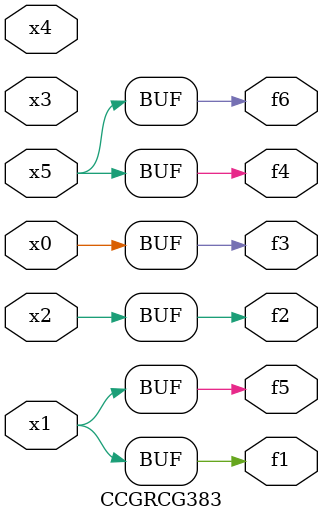
<source format=v>
module CCGRCG383(
	input x0, x1, x2, x3, x4, x5,
	output f1, f2, f3, f4, f5, f6
);
	assign f1 = x1;
	assign f2 = x2;
	assign f3 = x0;
	assign f4 = x5;
	assign f5 = x1;
	assign f6 = x5;
endmodule

</source>
